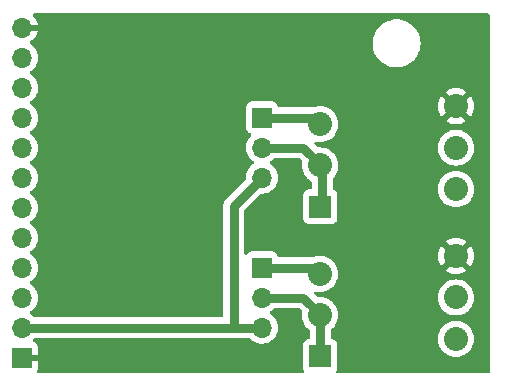
<source format=gbl>
G04 #@! TF.GenerationSoftware,KiCad,Pcbnew,(6.0.0)*
G04 #@! TF.CreationDate,2022-04-16T22:58:20-07:00*
G04 #@! TF.ProjectId,Output Module,4f757470-7574-4204-9d6f-64756c652e6b,rev?*
G04 #@! TF.SameCoordinates,Original*
G04 #@! TF.FileFunction,Copper,L2,Bot*
G04 #@! TF.FilePolarity,Positive*
%FSLAX46Y46*%
G04 Gerber Fmt 4.6, Leading zero omitted, Abs format (unit mm)*
G04 Created by KiCad (PCBNEW (6.0.0)) date 2022-04-16 22:58:20*
%MOMM*%
%LPD*%
G01*
G04 APERTURE LIST*
G04 #@! TA.AperFunction,ComponentPad*
%ADD10R,1.900000X1.900000*%
G04 #@! TD*
G04 #@! TA.AperFunction,ComponentPad*
%ADD11C,2.032000*%
G04 #@! TD*
G04 #@! TA.AperFunction,ComponentPad*
%ADD12C,2.032098*%
G04 #@! TD*
G04 #@! TA.AperFunction,ComponentPad*
%ADD13R,1.700000X1.700000*%
G04 #@! TD*
G04 #@! TA.AperFunction,ComponentPad*
%ADD14O,1.700000X1.700000*%
G04 #@! TD*
G04 #@! TA.AperFunction,Conductor*
%ADD15C,0.762000*%
G04 #@! TD*
G04 APERTURE END LIST*
D10*
X129370000Y-101510000D03*
D11*
X129370000Y-98010000D03*
X129370000Y-94510000D03*
X140870000Y-100010000D03*
X140870000Y-96510000D03*
D12*
X140870000Y-93010000D03*
D10*
X129380000Y-88830000D03*
D11*
X129380000Y-85330000D03*
X129380000Y-81830000D03*
X140880000Y-87330000D03*
X140880000Y-83830000D03*
D12*
X140880000Y-80330000D03*
D13*
X124460000Y-81280000D03*
D14*
X124460000Y-83820000D03*
X124460000Y-86360000D03*
D13*
X124460000Y-93980000D03*
D14*
X124460000Y-96520000D03*
X124460000Y-99060000D03*
D13*
X104140000Y-101600000D03*
D14*
X104140000Y-99060000D03*
X104140000Y-96520000D03*
X104140000Y-93980000D03*
X104140000Y-91440000D03*
X104140000Y-88900000D03*
X104140000Y-86360000D03*
X104140000Y-83820000D03*
X104140000Y-81280000D03*
X104140000Y-78740000D03*
X104140000Y-76200000D03*
X104140000Y-73660000D03*
D15*
X129370000Y-101510000D02*
X129370000Y-98010000D01*
X104140000Y-99060000D02*
X124460000Y-99060000D01*
X128770000Y-93980000D02*
X129380000Y-94590000D01*
X124460000Y-93980000D02*
X128770000Y-93980000D01*
X127960000Y-83820000D02*
X124460000Y-83820000D01*
X129540000Y-88730000D02*
X129540000Y-85400000D01*
X129380000Y-88890000D02*
X129540000Y-88730000D01*
X129540000Y-85400000D02*
X127960000Y-83820000D01*
X128770000Y-81280000D02*
X129380000Y-81890000D01*
X124460000Y-81280000D02*
X128770000Y-81280000D01*
X129430000Y-97990000D02*
X127960000Y-96520000D01*
X127960000Y-96520000D02*
X124460000Y-96520000D01*
X122060000Y-99060000D02*
X124460000Y-99060000D01*
X122060000Y-88760000D02*
X122060000Y-99060000D01*
X124460000Y-86360000D02*
X122060000Y-88760000D01*
G04 #@! TA.AperFunction,Conductor*
G36*
X127607488Y-97429502D02*
G01*
X127628462Y-97446405D01*
X127827765Y-97645708D01*
X127861791Y-97708020D01*
X127861222Y-97761028D01*
X127861543Y-97761079D01*
X127861198Y-97763254D01*
X127861188Y-97764218D01*
X127859613Y-97770778D01*
X127840786Y-98010000D01*
X127859613Y-98249222D01*
X127860767Y-98254029D01*
X127860768Y-98254035D01*
X127868454Y-98286049D01*
X127915631Y-98482553D01*
X128007460Y-98704249D01*
X128132840Y-98908849D01*
X128288682Y-99091318D01*
X128436332Y-99217422D01*
X128475139Y-99276870D01*
X128480500Y-99313231D01*
X128480500Y-99926645D01*
X128460498Y-99994766D01*
X128406842Y-100041259D01*
X128368108Y-100051908D01*
X128349596Y-100053919D01*
X128309684Y-100058255D01*
X128173295Y-100109385D01*
X128056739Y-100196739D01*
X127969385Y-100313295D01*
X127918255Y-100449684D01*
X127911500Y-100511866D01*
X127911500Y-102508134D01*
X127918255Y-102570316D01*
X127969385Y-102706705D01*
X127974770Y-102713890D01*
X127974771Y-102713892D01*
X127987169Y-102730434D01*
X128012018Y-102796940D01*
X127996966Y-102866323D01*
X127946792Y-102916553D01*
X127886344Y-102932000D01*
X105515537Y-102932000D01*
X105447416Y-102911998D01*
X105400923Y-102858342D01*
X105390819Y-102788068D01*
X105414710Y-102730436D01*
X105434787Y-102703648D01*
X105443324Y-102688054D01*
X105488478Y-102567606D01*
X105492105Y-102552351D01*
X105497631Y-102501486D01*
X105498000Y-102494672D01*
X105498000Y-101872115D01*
X105493525Y-101856876D01*
X105492135Y-101855671D01*
X105484452Y-101854000D01*
X104012000Y-101854000D01*
X103943879Y-101833998D01*
X103897386Y-101780342D01*
X103886000Y-101728000D01*
X103886000Y-101472000D01*
X103906002Y-101403879D01*
X103959658Y-101357386D01*
X104012000Y-101346000D01*
X105479884Y-101346000D01*
X105495123Y-101341525D01*
X105496328Y-101340135D01*
X105497999Y-101332452D01*
X105497999Y-100705331D01*
X105497629Y-100698510D01*
X105492105Y-100647648D01*
X105488479Y-100632396D01*
X105443324Y-100511946D01*
X105434786Y-100496351D01*
X105358285Y-100394276D01*
X105345724Y-100381715D01*
X105243649Y-100305214D01*
X105228054Y-100296676D01*
X105117813Y-100255348D01*
X105061049Y-100212706D01*
X105036349Y-100146145D01*
X105051557Y-100076796D01*
X105073104Y-100048115D01*
X105135187Y-99986249D01*
X105197558Y-99952333D01*
X105224126Y-99949500D01*
X123375553Y-99949500D01*
X123443674Y-99969502D01*
X123470790Y-99993002D01*
X123506250Y-100033938D01*
X123678126Y-100176632D01*
X123871000Y-100289338D01*
X124079692Y-100369030D01*
X124084760Y-100370061D01*
X124084763Y-100370062D01*
X124142040Y-100381715D01*
X124298597Y-100413567D01*
X124303772Y-100413757D01*
X124303774Y-100413757D01*
X124516673Y-100421564D01*
X124516677Y-100421564D01*
X124521837Y-100421753D01*
X124526957Y-100421097D01*
X124526959Y-100421097D01*
X124738288Y-100394025D01*
X124738289Y-100394025D01*
X124743416Y-100393368D01*
X124748366Y-100391883D01*
X124952429Y-100330661D01*
X124952434Y-100330659D01*
X124957384Y-100329174D01*
X125157994Y-100230896D01*
X125339860Y-100101173D01*
X125364323Y-100076796D01*
X125494435Y-99947137D01*
X125498096Y-99943489D01*
X125539747Y-99885526D01*
X125625435Y-99766277D01*
X125628453Y-99762077D01*
X125727430Y-99561811D01*
X125792370Y-99348069D01*
X125821529Y-99126590D01*
X125821998Y-99107383D01*
X125823074Y-99063365D01*
X125823074Y-99063361D01*
X125823156Y-99060000D01*
X125804852Y-98837361D01*
X125750431Y-98620702D01*
X125661354Y-98415840D01*
X125621906Y-98354862D01*
X125542822Y-98232617D01*
X125542820Y-98232614D01*
X125540014Y-98228277D01*
X125389670Y-98063051D01*
X125385619Y-98059852D01*
X125385615Y-98059848D01*
X125218414Y-97927800D01*
X125218410Y-97927798D01*
X125214359Y-97924598D01*
X125173053Y-97901796D01*
X125123084Y-97851364D01*
X125108312Y-97781921D01*
X125133428Y-97715516D01*
X125160780Y-97688909D01*
X125204603Y-97657650D01*
X125339860Y-97561173D01*
X125455187Y-97446249D01*
X125517558Y-97412333D01*
X125544126Y-97409500D01*
X127539367Y-97409500D01*
X127607488Y-97429502D01*
G37*
G04 #@! TD.AperFunction*
G04 #@! TA.AperFunction,Conductor*
G36*
X143660121Y-72472002D02*
G01*
X143706614Y-72525658D01*
X143718000Y-72578000D01*
X143718000Y-102806000D01*
X143697998Y-102874121D01*
X143644342Y-102920614D01*
X143592000Y-102932000D01*
X130853656Y-102932000D01*
X130785535Y-102911998D01*
X130739042Y-102858342D01*
X130728938Y-102788068D01*
X130752831Y-102730434D01*
X130765229Y-102713892D01*
X130765230Y-102713890D01*
X130770615Y-102706705D01*
X130821745Y-102570316D01*
X130828500Y-102508134D01*
X130828500Y-100511866D01*
X130821745Y-100449684D01*
X130770615Y-100313295D01*
X130683261Y-100196739D01*
X130566705Y-100109385D01*
X130430316Y-100058255D01*
X130390404Y-100053919D01*
X130371892Y-100051908D01*
X130306330Y-100024666D01*
X130296171Y-100010000D01*
X139340786Y-100010000D01*
X139359613Y-100249222D01*
X139360767Y-100254029D01*
X139360768Y-100254035D01*
X139394377Y-100394025D01*
X139415631Y-100482553D01*
X139417524Y-100487124D01*
X139417525Y-100487126D01*
X139477698Y-100632396D01*
X139507460Y-100704249D01*
X139632840Y-100908849D01*
X139788682Y-101091318D01*
X139971151Y-101247160D01*
X140175751Y-101372540D01*
X140180321Y-101374433D01*
X140180323Y-101374434D01*
X140251410Y-101403879D01*
X140397447Y-101464369D01*
X140479037Y-101483957D01*
X140625965Y-101519232D01*
X140625971Y-101519233D01*
X140630778Y-101520387D01*
X140870000Y-101539214D01*
X141109222Y-101520387D01*
X141114029Y-101519233D01*
X141114035Y-101519232D01*
X141260963Y-101483957D01*
X141342553Y-101464369D01*
X141488590Y-101403879D01*
X141559677Y-101374434D01*
X141559679Y-101374433D01*
X141564249Y-101372540D01*
X141768849Y-101247160D01*
X141951318Y-101091318D01*
X142107160Y-100908849D01*
X142232540Y-100704249D01*
X142262303Y-100632396D01*
X142322475Y-100487126D01*
X142322476Y-100487124D01*
X142324369Y-100482553D01*
X142345623Y-100394025D01*
X142379232Y-100254035D01*
X142379233Y-100254029D01*
X142380387Y-100249222D01*
X142399214Y-100010000D01*
X142380387Y-99770778D01*
X142379233Y-99765971D01*
X142379232Y-99765965D01*
X142325524Y-99542259D01*
X142324369Y-99537447D01*
X142267476Y-99400095D01*
X142234434Y-99320323D01*
X142234433Y-99320321D01*
X142232540Y-99315751D01*
X142107160Y-99111151D01*
X141951318Y-98928682D01*
X141844394Y-98837361D01*
X141772617Y-98776058D01*
X141772616Y-98776057D01*
X141768849Y-98772840D01*
X141564249Y-98647460D01*
X141559679Y-98645567D01*
X141559677Y-98645566D01*
X141347126Y-98557525D01*
X141347124Y-98557524D01*
X141342553Y-98555631D01*
X141260963Y-98536043D01*
X141114035Y-98500768D01*
X141114029Y-98500767D01*
X141109222Y-98499613D01*
X140870000Y-98480786D01*
X140630778Y-98499613D01*
X140625971Y-98500767D01*
X140625965Y-98500768D01*
X140479037Y-98536043D01*
X140397447Y-98555631D01*
X140392876Y-98557524D01*
X140392874Y-98557525D01*
X140180323Y-98645566D01*
X140180321Y-98645567D01*
X140175751Y-98647460D01*
X139971151Y-98772840D01*
X139967384Y-98776057D01*
X139967383Y-98776058D01*
X139895606Y-98837361D01*
X139788682Y-98928682D01*
X139632840Y-99111151D01*
X139507460Y-99315751D01*
X139505567Y-99320321D01*
X139505566Y-99320323D01*
X139472524Y-99400095D01*
X139415631Y-99537447D01*
X139414476Y-99542259D01*
X139360768Y-99765965D01*
X139360767Y-99765971D01*
X139359613Y-99770778D01*
X139340786Y-100010000D01*
X130296171Y-100010000D01*
X130265904Y-99966303D01*
X130259500Y-99926645D01*
X130259500Y-99313231D01*
X130279502Y-99245110D01*
X130303666Y-99217424D01*
X130451318Y-99091318D01*
X130607160Y-98908849D01*
X130732540Y-98704249D01*
X130824369Y-98482553D01*
X130871546Y-98286049D01*
X130879232Y-98254035D01*
X130879233Y-98254029D01*
X130880387Y-98249222D01*
X130899214Y-98010000D01*
X130880387Y-97770778D01*
X130879233Y-97765971D01*
X130879232Y-97765965D01*
X130825524Y-97542259D01*
X130824369Y-97537447D01*
X130804729Y-97490031D01*
X130734434Y-97320323D01*
X130734433Y-97320321D01*
X130732540Y-97315751D01*
X130607160Y-97111151D01*
X130501234Y-96987126D01*
X130454531Y-96932444D01*
X130451318Y-96928682D01*
X130268849Y-96772840D01*
X130064249Y-96647460D01*
X130059679Y-96645567D01*
X130059677Y-96645566D01*
X129847126Y-96557525D01*
X129847124Y-96557524D01*
X129842553Y-96555631D01*
X129760963Y-96536043D01*
X129652488Y-96510000D01*
X139340786Y-96510000D01*
X139359613Y-96749222D01*
X139360767Y-96754029D01*
X139360768Y-96754035D01*
X139372509Y-96802939D01*
X139415631Y-96982553D01*
X139507460Y-97204249D01*
X139632840Y-97408849D01*
X139636057Y-97412616D01*
X139636058Y-97412617D01*
X139742672Y-97537447D01*
X139788682Y-97591318D01*
X139792444Y-97594531D01*
X139925324Y-97708020D01*
X139971151Y-97747160D01*
X140175751Y-97872540D01*
X140180321Y-97874433D01*
X140180323Y-97874434D01*
X140309161Y-97927800D01*
X140397447Y-97964369D01*
X140479037Y-97983957D01*
X140625965Y-98019232D01*
X140625971Y-98019233D01*
X140630778Y-98020387D01*
X140870000Y-98039214D01*
X141109222Y-98020387D01*
X141114029Y-98019233D01*
X141114035Y-98019232D01*
X141260963Y-97983957D01*
X141342553Y-97964369D01*
X141430839Y-97927800D01*
X141559677Y-97874434D01*
X141559679Y-97874433D01*
X141564249Y-97872540D01*
X141768849Y-97747160D01*
X141814677Y-97708020D01*
X141947556Y-97594531D01*
X141951318Y-97591318D01*
X141997328Y-97537447D01*
X142103942Y-97412617D01*
X142103943Y-97412616D01*
X142107160Y-97408849D01*
X142232540Y-97204249D01*
X142324369Y-96982553D01*
X142367491Y-96802939D01*
X142379232Y-96754035D01*
X142379233Y-96754029D01*
X142380387Y-96749222D01*
X142399214Y-96510000D01*
X142380387Y-96270778D01*
X142379233Y-96265971D01*
X142379232Y-96265965D01*
X142335322Y-96083068D01*
X142324369Y-96037447D01*
X142316824Y-96019232D01*
X142234434Y-95820323D01*
X142234433Y-95820321D01*
X142232540Y-95815751D01*
X142107160Y-95611151D01*
X142029181Y-95519848D01*
X141954531Y-95432444D01*
X141951318Y-95428682D01*
X141844410Y-95337375D01*
X141772617Y-95276058D01*
X141772616Y-95276057D01*
X141768849Y-95272840D01*
X141564249Y-95147460D01*
X141559679Y-95145567D01*
X141559677Y-95145566D01*
X141347126Y-95057525D01*
X141347124Y-95057524D01*
X141342553Y-95055631D01*
X141260963Y-95036043D01*
X141114035Y-95000768D01*
X141114029Y-95000767D01*
X141109222Y-94999613D01*
X140870000Y-94980786D01*
X140630778Y-94999613D01*
X140625971Y-95000767D01*
X140625965Y-95000768D01*
X140479037Y-95036043D01*
X140397447Y-95055631D01*
X140392876Y-95057524D01*
X140392874Y-95057525D01*
X140180323Y-95145566D01*
X140180321Y-95145567D01*
X140175751Y-95147460D01*
X139971151Y-95272840D01*
X139967384Y-95276057D01*
X139967383Y-95276058D01*
X139895590Y-95337375D01*
X139788682Y-95428682D01*
X139785469Y-95432444D01*
X139710820Y-95519848D01*
X139632840Y-95611151D01*
X139507460Y-95815751D01*
X139505567Y-95820321D01*
X139505566Y-95820323D01*
X139423176Y-96019232D01*
X139415631Y-96037447D01*
X139404678Y-96083068D01*
X139360768Y-96265965D01*
X139360767Y-96265971D01*
X139359613Y-96270778D01*
X139340786Y-96510000D01*
X129652488Y-96510000D01*
X129614035Y-96500768D01*
X129614029Y-96500767D01*
X129609222Y-96499613D01*
X129370000Y-96480786D01*
X129250590Y-96490184D01*
X129181111Y-96475588D01*
X129151610Y-96453667D01*
X128903935Y-96205992D01*
X128869909Y-96143680D01*
X128874974Y-96072865D01*
X128917521Y-96016029D01*
X128984041Y-95991218D01*
X129022443Y-95994378D01*
X129054221Y-96002007D01*
X129125965Y-96019232D01*
X129125971Y-96019233D01*
X129130778Y-96020387D01*
X129370000Y-96039214D01*
X129609222Y-96020387D01*
X129614029Y-96019233D01*
X129614035Y-96019232D01*
X129791395Y-95976651D01*
X129842553Y-95964369D01*
X129847126Y-95962475D01*
X130059677Y-95874434D01*
X130059679Y-95874433D01*
X130064249Y-95872540D01*
X130268849Y-95747160D01*
X130451318Y-95591318D01*
X130512359Y-95519848D01*
X130603942Y-95412617D01*
X130603943Y-95412616D01*
X130607160Y-95408849D01*
X130732540Y-95204249D01*
X130734863Y-95198642D01*
X130822475Y-94987126D01*
X130822476Y-94987122D01*
X130824369Y-94982553D01*
X130852954Y-94863489D01*
X130879232Y-94754035D01*
X130879233Y-94754029D01*
X130880387Y-94749222D01*
X130899214Y-94510000D01*
X130880387Y-94270778D01*
X130879233Y-94265971D01*
X130879232Y-94265965D01*
X130876441Y-94254341D01*
X139990489Y-94254341D01*
X139996216Y-94261991D01*
X140171737Y-94369551D01*
X140180531Y-94374032D01*
X140393014Y-94462045D01*
X140402399Y-94465094D01*
X140626036Y-94518785D01*
X140635783Y-94520328D01*
X140865070Y-94538374D01*
X140874930Y-94538374D01*
X141104217Y-94520328D01*
X141113964Y-94518785D01*
X141337601Y-94465094D01*
X141346986Y-94462045D01*
X141559469Y-94374032D01*
X141568263Y-94369551D01*
X141740118Y-94264238D01*
X141749578Y-94253781D01*
X141745795Y-94245005D01*
X140882812Y-93382022D01*
X140868868Y-93374408D01*
X140867035Y-93374539D01*
X140860420Y-93378790D01*
X139997249Y-94241961D01*
X139990489Y-94254341D01*
X130876441Y-94254341D01*
X130843957Y-94119037D01*
X130824369Y-94037447D01*
X130732540Y-93815751D01*
X130607160Y-93611151D01*
X130451318Y-93428682D01*
X130268849Y-93272840D01*
X130064249Y-93147460D01*
X130059679Y-93145567D01*
X130059677Y-93145566D01*
X129847126Y-93057525D01*
X129847124Y-93057524D01*
X129842553Y-93055631D01*
X129760963Y-93036043D01*
X129673023Y-93014930D01*
X139341626Y-93014930D01*
X139359672Y-93244217D01*
X139361215Y-93253964D01*
X139414906Y-93477601D01*
X139417955Y-93486986D01*
X139505968Y-93699469D01*
X139510449Y-93708263D01*
X139615762Y-93880118D01*
X139626219Y-93889578D01*
X139634995Y-93885795D01*
X140497978Y-93022812D01*
X140504356Y-93011132D01*
X141234408Y-93011132D01*
X141234539Y-93012965D01*
X141238790Y-93019580D01*
X142101961Y-93882751D01*
X142114341Y-93889511D01*
X142121991Y-93883784D01*
X142229551Y-93708263D01*
X142234032Y-93699469D01*
X142322045Y-93486986D01*
X142325094Y-93477601D01*
X142378785Y-93253964D01*
X142380328Y-93244217D01*
X142398374Y-93014930D01*
X142398374Y-93005070D01*
X142380328Y-92775783D01*
X142378785Y-92766036D01*
X142325094Y-92542399D01*
X142322045Y-92533014D01*
X142234032Y-92320531D01*
X142229551Y-92311737D01*
X142124238Y-92139882D01*
X142113781Y-92130422D01*
X142105005Y-92134205D01*
X141242022Y-92997188D01*
X141234408Y-93011132D01*
X140504356Y-93011132D01*
X140505592Y-93008868D01*
X140505461Y-93007035D01*
X140501210Y-93000420D01*
X139638039Y-92137249D01*
X139625659Y-92130489D01*
X139618009Y-92136216D01*
X139510449Y-92311737D01*
X139505968Y-92320531D01*
X139417955Y-92533014D01*
X139414906Y-92542399D01*
X139361215Y-92766036D01*
X139359672Y-92775783D01*
X139341626Y-93005070D01*
X139341626Y-93014930D01*
X129673023Y-93014930D01*
X129614035Y-93000768D01*
X129614029Y-93000767D01*
X129609222Y-92999613D01*
X129370000Y-92980786D01*
X129130778Y-92999613D01*
X129125971Y-93000767D01*
X129125965Y-93000768D01*
X128979037Y-93036043D01*
X128897447Y-93055631D01*
X128837361Y-93080519D01*
X128782551Y-93089937D01*
X128759783Y-93088744D01*
X128729782Y-93087171D01*
X128729778Y-93087171D01*
X128723190Y-93086826D01*
X128716675Y-93087858D01*
X128716673Y-93087858D01*
X128709786Y-93088949D01*
X128690075Y-93090500D01*
X125925621Y-93090500D01*
X125857500Y-93070498D01*
X125811007Y-93016842D01*
X125807639Y-93008730D01*
X125763767Y-92891703D01*
X125760615Y-92883295D01*
X125673261Y-92766739D01*
X125556705Y-92679385D01*
X125420316Y-92628255D01*
X125358134Y-92621500D01*
X123561866Y-92621500D01*
X123499684Y-92628255D01*
X123363295Y-92679385D01*
X123246739Y-92766739D01*
X123241358Y-92773919D01*
X123176326Y-92860691D01*
X123119467Y-92903206D01*
X123048648Y-92908232D01*
X122986355Y-92874172D01*
X122952365Y-92811841D01*
X122949500Y-92785126D01*
X122949500Y-91766219D01*
X139990422Y-91766219D01*
X139994205Y-91774995D01*
X140857188Y-92637978D01*
X140871132Y-92645592D01*
X140872965Y-92645461D01*
X140879580Y-92641210D01*
X141742751Y-91778039D01*
X141749511Y-91765659D01*
X141743784Y-91758009D01*
X141568263Y-91650449D01*
X141559469Y-91645968D01*
X141346986Y-91557955D01*
X141337601Y-91554906D01*
X141113964Y-91501215D01*
X141104217Y-91499672D01*
X140874930Y-91481626D01*
X140865070Y-91481626D01*
X140635783Y-91499672D01*
X140626036Y-91501215D01*
X140402399Y-91554906D01*
X140393014Y-91557955D01*
X140180531Y-91645968D01*
X140171737Y-91650449D01*
X139999882Y-91755762D01*
X139990422Y-91766219D01*
X122949500Y-91766219D01*
X122949500Y-89180633D01*
X122969502Y-89112512D01*
X122986405Y-89091538D01*
X124323217Y-87754726D01*
X124385529Y-87720700D01*
X124416927Y-87717906D01*
X124463228Y-87719604D01*
X124516673Y-87721564D01*
X124516677Y-87721564D01*
X124521837Y-87721753D01*
X124526957Y-87721097D01*
X124526959Y-87721097D01*
X124738288Y-87694025D01*
X124738289Y-87694025D01*
X124743416Y-87693368D01*
X124750096Y-87691364D01*
X124952429Y-87630661D01*
X124952434Y-87630659D01*
X124957384Y-87629174D01*
X125157994Y-87530896D01*
X125339860Y-87401173D01*
X125364038Y-87377080D01*
X125494435Y-87247137D01*
X125498096Y-87243489D01*
X125539747Y-87185526D01*
X125625435Y-87066277D01*
X125628453Y-87062077D01*
X125727430Y-86861811D01*
X125792370Y-86648069D01*
X125821529Y-86426590D01*
X125821824Y-86414531D01*
X125823074Y-86363365D01*
X125823074Y-86363361D01*
X125823156Y-86360000D01*
X125804852Y-86137361D01*
X125750431Y-85920702D01*
X125661354Y-85715840D01*
X125621906Y-85654862D01*
X125542822Y-85532617D01*
X125542820Y-85532614D01*
X125540014Y-85528277D01*
X125389670Y-85363051D01*
X125385619Y-85359852D01*
X125385615Y-85359848D01*
X125218414Y-85227800D01*
X125218410Y-85227798D01*
X125214359Y-85224598D01*
X125173053Y-85201796D01*
X125123084Y-85151364D01*
X125108312Y-85081921D01*
X125133428Y-85015516D01*
X125160780Y-84988909D01*
X125204613Y-84957643D01*
X125339860Y-84861173D01*
X125455187Y-84746249D01*
X125517558Y-84712333D01*
X125544126Y-84709500D01*
X127539367Y-84709500D01*
X127607488Y-84729502D01*
X127628462Y-84746405D01*
X127839700Y-84957643D01*
X127873726Y-85019955D01*
X127873124Y-85076151D01*
X127871739Y-85081921D01*
X127869613Y-85090778D01*
X127850786Y-85330000D01*
X127869613Y-85569222D01*
X127870767Y-85574029D01*
X127870768Y-85574035D01*
X127896785Y-85682401D01*
X127925631Y-85802553D01*
X127927524Y-85807124D01*
X127927525Y-85807126D01*
X127974570Y-85920702D01*
X128017460Y-86024249D01*
X128142840Y-86228849D01*
X128298682Y-86411318D01*
X128302444Y-86414531D01*
X128352494Y-86457277D01*
X128481151Y-86567160D01*
X128590336Y-86634069D01*
X128637967Y-86686717D01*
X128650500Y-86741501D01*
X128650500Y-87245500D01*
X128630498Y-87313621D01*
X128576842Y-87360114D01*
X128524500Y-87371500D01*
X128381866Y-87371500D01*
X128319684Y-87378255D01*
X128183295Y-87429385D01*
X128066739Y-87516739D01*
X127979385Y-87633295D01*
X127928255Y-87769684D01*
X127921500Y-87831866D01*
X127921500Y-89828134D01*
X127928255Y-89890316D01*
X127979385Y-90026705D01*
X128066739Y-90143261D01*
X128183295Y-90230615D01*
X128319684Y-90281745D01*
X128381866Y-90288500D01*
X130378134Y-90288500D01*
X130440316Y-90281745D01*
X130576705Y-90230615D01*
X130693261Y-90143261D01*
X130780615Y-90026705D01*
X130831745Y-89890316D01*
X130838500Y-89828134D01*
X130838500Y-87831866D01*
X130831745Y-87769684D01*
X130780615Y-87633295D01*
X130693261Y-87516739D01*
X130576705Y-87429385D01*
X130565922Y-87425343D01*
X130511270Y-87404854D01*
X130454505Y-87362212D01*
X130442552Y-87330000D01*
X139350786Y-87330000D01*
X139369613Y-87569222D01*
X139370767Y-87574029D01*
X139370768Y-87574035D01*
X139387014Y-87641703D01*
X139425631Y-87802553D01*
X139427524Y-87807124D01*
X139427525Y-87807126D01*
X139465932Y-87899848D01*
X139517460Y-88024249D01*
X139642840Y-88228849D01*
X139646057Y-88232616D01*
X139646058Y-88232617D01*
X139736299Y-88338276D01*
X139798682Y-88411318D01*
X139981151Y-88567160D01*
X140185751Y-88692540D01*
X140190321Y-88694433D01*
X140190323Y-88694434D01*
X140402874Y-88782475D01*
X140407447Y-88784369D01*
X140473463Y-88800218D01*
X140635965Y-88839232D01*
X140635971Y-88839233D01*
X140640778Y-88840387D01*
X140880000Y-88859214D01*
X141119222Y-88840387D01*
X141124029Y-88839233D01*
X141124035Y-88839232D01*
X141286537Y-88800218D01*
X141352553Y-88784369D01*
X141357126Y-88782475D01*
X141569677Y-88694434D01*
X141569679Y-88694433D01*
X141574249Y-88692540D01*
X141778849Y-88567160D01*
X141961318Y-88411318D01*
X142023701Y-88338276D01*
X142113942Y-88232617D01*
X142113943Y-88232616D01*
X142117160Y-88228849D01*
X142242540Y-88024249D01*
X142294069Y-87899848D01*
X142332475Y-87807126D01*
X142332476Y-87807124D01*
X142334369Y-87802553D01*
X142372986Y-87641703D01*
X142389232Y-87574035D01*
X142389233Y-87574029D01*
X142390387Y-87569222D01*
X142409214Y-87330000D01*
X142390387Y-87090778D01*
X142389233Y-87085971D01*
X142389232Y-87085965D01*
X142335524Y-86862259D01*
X142334369Y-86857447D01*
X142247642Y-86648069D01*
X142244434Y-86640323D01*
X142244433Y-86640321D01*
X142242540Y-86635751D01*
X142117160Y-86431151D01*
X142110404Y-86423240D01*
X141964531Y-86252444D01*
X141961318Y-86248682D01*
X141778849Y-86092840D01*
X141574249Y-85967460D01*
X141569679Y-85965567D01*
X141569677Y-85965566D01*
X141357126Y-85877525D01*
X141357124Y-85877524D01*
X141352553Y-85875631D01*
X141270963Y-85856043D01*
X141124035Y-85820768D01*
X141124029Y-85820767D01*
X141119222Y-85819613D01*
X140880000Y-85800786D01*
X140640778Y-85819613D01*
X140635971Y-85820767D01*
X140635965Y-85820768D01*
X140489037Y-85856043D01*
X140407447Y-85875631D01*
X140402876Y-85877524D01*
X140402874Y-85877525D01*
X140190323Y-85965566D01*
X140190321Y-85965567D01*
X140185751Y-85967460D01*
X139981151Y-86092840D01*
X139798682Y-86248682D01*
X139795469Y-86252444D01*
X139649597Y-86423240D01*
X139642840Y-86431151D01*
X139517460Y-86635751D01*
X139515567Y-86640321D01*
X139515566Y-86640323D01*
X139512358Y-86648069D01*
X139425631Y-86857447D01*
X139424476Y-86862259D01*
X139370768Y-87085965D01*
X139370767Y-87085971D01*
X139369613Y-87090778D01*
X139350786Y-87330000D01*
X130442552Y-87330000D01*
X130429806Y-87295650D01*
X130429500Y-87286872D01*
X130429500Y-86494777D01*
X130449502Y-86426656D01*
X130461641Y-86411594D01*
X130461318Y-86411318D01*
X130613942Y-86232617D01*
X130613943Y-86232616D01*
X130617160Y-86228849D01*
X130742540Y-86024249D01*
X130785431Y-85920702D01*
X130832475Y-85807126D01*
X130832476Y-85807124D01*
X130834369Y-85802553D01*
X130863215Y-85682401D01*
X130889232Y-85574035D01*
X130889233Y-85574029D01*
X130890387Y-85569222D01*
X130909214Y-85330000D01*
X130890387Y-85090778D01*
X130889233Y-85085971D01*
X130889232Y-85085965D01*
X130835524Y-84862259D01*
X130834369Y-84857447D01*
X130779352Y-84724624D01*
X130744434Y-84640323D01*
X130744433Y-84640321D01*
X130742540Y-84635751D01*
X130617160Y-84431151D01*
X130519545Y-84316857D01*
X130464531Y-84252444D01*
X130461318Y-84248682D01*
X130357595Y-84160095D01*
X130282617Y-84096058D01*
X130282616Y-84096057D01*
X130278849Y-84092840D01*
X130074249Y-83967460D01*
X130069679Y-83965567D01*
X130069677Y-83965566D01*
X129857126Y-83877525D01*
X129857124Y-83877524D01*
X129852553Y-83875631D01*
X129770963Y-83856043D01*
X129662488Y-83830000D01*
X139350786Y-83830000D01*
X139369613Y-84069222D01*
X139370767Y-84074029D01*
X139370768Y-84074035D01*
X139391430Y-84160095D01*
X139425631Y-84302553D01*
X139427524Y-84307124D01*
X139427525Y-84307126D01*
X139435531Y-84326453D01*
X139517460Y-84524249D01*
X139642840Y-84728849D01*
X139646057Y-84732616D01*
X139646058Y-84732617D01*
X139752672Y-84857447D01*
X139798682Y-84911318D01*
X139802444Y-84914531D01*
X139925881Y-85019955D01*
X139981151Y-85067160D01*
X140185751Y-85192540D01*
X140190321Y-85194433D01*
X140190323Y-85194434D01*
X140402874Y-85282475D01*
X140407447Y-85284369D01*
X140489037Y-85303957D01*
X140635965Y-85339232D01*
X140635971Y-85339233D01*
X140640778Y-85340387D01*
X140880000Y-85359214D01*
X141119222Y-85340387D01*
X141124029Y-85339233D01*
X141124035Y-85339232D01*
X141270963Y-85303957D01*
X141352553Y-85284369D01*
X141357126Y-85282475D01*
X141569677Y-85194434D01*
X141569679Y-85194433D01*
X141574249Y-85192540D01*
X141778849Y-85067160D01*
X141834120Y-85019955D01*
X141957556Y-84914531D01*
X141961318Y-84911318D01*
X142007328Y-84857447D01*
X142113942Y-84732617D01*
X142113943Y-84732616D01*
X142117160Y-84728849D01*
X142242540Y-84524249D01*
X142324470Y-84326453D01*
X142332475Y-84307126D01*
X142332476Y-84307124D01*
X142334369Y-84302553D01*
X142368570Y-84160095D01*
X142389232Y-84074035D01*
X142389233Y-84074029D01*
X142390387Y-84069222D01*
X142409214Y-83830000D01*
X142390387Y-83590778D01*
X142389233Y-83585971D01*
X142389232Y-83585965D01*
X142335524Y-83362259D01*
X142334369Y-83357447D01*
X142332475Y-83352874D01*
X142244434Y-83140323D01*
X142244433Y-83140321D01*
X142242540Y-83135751D01*
X142117160Y-82931151D01*
X141961318Y-82748682D01*
X141865103Y-82666507D01*
X141782617Y-82596058D01*
X141782616Y-82596057D01*
X141778849Y-82592840D01*
X141574249Y-82467460D01*
X141569679Y-82465567D01*
X141569677Y-82465566D01*
X141357126Y-82377525D01*
X141357124Y-82377524D01*
X141352553Y-82375631D01*
X141270963Y-82356043D01*
X141124035Y-82320768D01*
X141124029Y-82320767D01*
X141119222Y-82319613D01*
X140880000Y-82300786D01*
X140640778Y-82319613D01*
X140635971Y-82320767D01*
X140635965Y-82320768D01*
X140489037Y-82356043D01*
X140407447Y-82375631D01*
X140402876Y-82377524D01*
X140402874Y-82377525D01*
X140190323Y-82465566D01*
X140190321Y-82465567D01*
X140185751Y-82467460D01*
X139981151Y-82592840D01*
X139977384Y-82596057D01*
X139977383Y-82596058D01*
X139894897Y-82666507D01*
X139798682Y-82748682D01*
X139642840Y-82931151D01*
X139517460Y-83135751D01*
X139515567Y-83140321D01*
X139515566Y-83140323D01*
X139427525Y-83352874D01*
X139425631Y-83357447D01*
X139424476Y-83362259D01*
X139370768Y-83585965D01*
X139370767Y-83585971D01*
X139369613Y-83590778D01*
X139350786Y-83830000D01*
X129662488Y-83830000D01*
X129624035Y-83820768D01*
X129624029Y-83820767D01*
X129619222Y-83819613D01*
X129380000Y-83800786D01*
X129269860Y-83809454D01*
X129200381Y-83794858D01*
X129170880Y-83772937D01*
X128927095Y-83529152D01*
X128893069Y-83466840D01*
X128898134Y-83396025D01*
X128940681Y-83339189D01*
X129007201Y-83314378D01*
X129045604Y-83317538D01*
X129135965Y-83339232D01*
X129135971Y-83339233D01*
X129140778Y-83340387D01*
X129380000Y-83359214D01*
X129619222Y-83340387D01*
X129624029Y-83339233D01*
X129624035Y-83339232D01*
X129770963Y-83303957D01*
X129852553Y-83284369D01*
X130004261Y-83221530D01*
X130069677Y-83194434D01*
X130069679Y-83194433D01*
X130074249Y-83192540D01*
X130278849Y-83067160D01*
X130461318Y-82911318D01*
X130553755Y-82803087D01*
X130613942Y-82732617D01*
X130613943Y-82732616D01*
X130617160Y-82728849D01*
X130742540Y-82524249D01*
X130748717Y-82509338D01*
X130832475Y-82307126D01*
X130832476Y-82307124D01*
X130834369Y-82302553D01*
X130863424Y-82181531D01*
X130889232Y-82074035D01*
X130889233Y-82074029D01*
X130890387Y-82069222D01*
X130909214Y-81830000D01*
X130890387Y-81590778D01*
X130889233Y-81585971D01*
X130889232Y-81585965D01*
X130886441Y-81574341D01*
X140000489Y-81574341D01*
X140006216Y-81581991D01*
X140181737Y-81689551D01*
X140190531Y-81694032D01*
X140403014Y-81782045D01*
X140412399Y-81785094D01*
X140636036Y-81838785D01*
X140645783Y-81840328D01*
X140875070Y-81858374D01*
X140884930Y-81858374D01*
X141114217Y-81840328D01*
X141123964Y-81838785D01*
X141347601Y-81785094D01*
X141356986Y-81782045D01*
X141569469Y-81694032D01*
X141578263Y-81689551D01*
X141750118Y-81584238D01*
X141759578Y-81573781D01*
X141755795Y-81565005D01*
X140892812Y-80702022D01*
X140878868Y-80694408D01*
X140877035Y-80694539D01*
X140870420Y-80698790D01*
X140007249Y-81561961D01*
X140000489Y-81574341D01*
X130886441Y-81574341D01*
X130835524Y-81362259D01*
X130834369Y-81357447D01*
X130828484Y-81343240D01*
X130744434Y-81140323D01*
X130744433Y-81140321D01*
X130742540Y-81135751D01*
X130617160Y-80931151D01*
X130461318Y-80748682D01*
X130278849Y-80592840D01*
X130074249Y-80467460D01*
X130069679Y-80465567D01*
X130069677Y-80465566D01*
X129857126Y-80377525D01*
X129857124Y-80377524D01*
X129852553Y-80375631D01*
X129770963Y-80356043D01*
X129683023Y-80334930D01*
X139351626Y-80334930D01*
X139369672Y-80564217D01*
X139371215Y-80573964D01*
X139424906Y-80797601D01*
X139427955Y-80806986D01*
X139515968Y-81019469D01*
X139520449Y-81028263D01*
X139625762Y-81200118D01*
X139636219Y-81209578D01*
X139644995Y-81205795D01*
X140507978Y-80342812D01*
X140514356Y-80331132D01*
X141244408Y-80331132D01*
X141244539Y-80332965D01*
X141248790Y-80339580D01*
X142111961Y-81202751D01*
X142124341Y-81209511D01*
X142131991Y-81203784D01*
X142239551Y-81028263D01*
X142244032Y-81019469D01*
X142332045Y-80806986D01*
X142335094Y-80797601D01*
X142388785Y-80573964D01*
X142390328Y-80564217D01*
X142408374Y-80334930D01*
X142408374Y-80325070D01*
X142390328Y-80095783D01*
X142388785Y-80086036D01*
X142335094Y-79862399D01*
X142332045Y-79853014D01*
X142244032Y-79640531D01*
X142239551Y-79631737D01*
X142134238Y-79459882D01*
X142123781Y-79450422D01*
X142115005Y-79454205D01*
X141252022Y-80317188D01*
X141244408Y-80331132D01*
X140514356Y-80331132D01*
X140515592Y-80328868D01*
X140515461Y-80327035D01*
X140511210Y-80320420D01*
X139648039Y-79457249D01*
X139635659Y-79450489D01*
X139628009Y-79456216D01*
X139520449Y-79631737D01*
X139515968Y-79640531D01*
X139427955Y-79853014D01*
X139424906Y-79862399D01*
X139371215Y-80086036D01*
X139369672Y-80095783D01*
X139351626Y-80325070D01*
X139351626Y-80334930D01*
X129683023Y-80334930D01*
X129624035Y-80320768D01*
X129624029Y-80320767D01*
X129619222Y-80319613D01*
X129380000Y-80300786D01*
X129140778Y-80319613D01*
X129135971Y-80320767D01*
X129135965Y-80320768D01*
X128989037Y-80356043D01*
X128907447Y-80375631D01*
X128902876Y-80377524D01*
X128902874Y-80377525D01*
X128889997Y-80382859D01*
X128828609Y-80391760D01*
X128816620Y-80390500D01*
X128796593Y-80390500D01*
X128789999Y-80390327D01*
X128729782Y-80387171D01*
X128729778Y-80387171D01*
X128723190Y-80386826D01*
X128716675Y-80387858D01*
X128716673Y-80387858D01*
X128709786Y-80388949D01*
X128690075Y-80390500D01*
X125925621Y-80390500D01*
X125857500Y-80370498D01*
X125811007Y-80316842D01*
X125807639Y-80308730D01*
X125763767Y-80191703D01*
X125760615Y-80183295D01*
X125673261Y-80066739D01*
X125556705Y-79979385D01*
X125420316Y-79928255D01*
X125358134Y-79921500D01*
X123561866Y-79921500D01*
X123499684Y-79928255D01*
X123363295Y-79979385D01*
X123246739Y-80066739D01*
X123159385Y-80183295D01*
X123108255Y-80319684D01*
X123101500Y-80381866D01*
X123101500Y-82178134D01*
X123108255Y-82240316D01*
X123159385Y-82376705D01*
X123246739Y-82493261D01*
X123363295Y-82580615D01*
X123371704Y-82583767D01*
X123371705Y-82583768D01*
X123480451Y-82624535D01*
X123537216Y-82667176D01*
X123561916Y-82733738D01*
X123546709Y-82803087D01*
X123527316Y-82829568D01*
X123428116Y-82933375D01*
X123400629Y-82962138D01*
X123397720Y-82966403D01*
X123397714Y-82966411D01*
X123382798Y-82988277D01*
X123274743Y-83146680D01*
X123239999Y-83221530D01*
X123184828Y-83340387D01*
X123180688Y-83349305D01*
X123120989Y-83564570D01*
X123097251Y-83786695D01*
X123097548Y-83791848D01*
X123097548Y-83791851D01*
X123103011Y-83886590D01*
X123110110Y-84009715D01*
X123111247Y-84014761D01*
X123111248Y-84014767D01*
X123131119Y-84102939D01*
X123159222Y-84227639D01*
X123243266Y-84434616D01*
X123245965Y-84439020D01*
X123355903Y-84618423D01*
X123359987Y-84625088D01*
X123363367Y-84628990D01*
X123369224Y-84635751D01*
X123506250Y-84793938D01*
X123678126Y-84936632D01*
X123714082Y-84957643D01*
X123751445Y-84979476D01*
X123800169Y-85031114D01*
X123813240Y-85100897D01*
X123786509Y-85166669D01*
X123746055Y-85200027D01*
X123733607Y-85206507D01*
X123729474Y-85209610D01*
X123729471Y-85209612D01*
X123562563Y-85334930D01*
X123554965Y-85340635D01*
X123400629Y-85502138D01*
X123274743Y-85686680D01*
X123180688Y-85889305D01*
X123120989Y-86104570D01*
X123097251Y-86326695D01*
X123097548Y-86331848D01*
X123097548Y-86331851D01*
X123101528Y-86400877D01*
X123085480Y-86470037D01*
X123064832Y-86497225D01*
X121487546Y-88074511D01*
X121472518Y-88087348D01*
X121461530Y-88095331D01*
X121457117Y-88100233D01*
X121457115Y-88100234D01*
X121416751Y-88145063D01*
X121412210Y-88149847D01*
X121398063Y-88163994D01*
X121395986Y-88166559D01*
X121385463Y-88179554D01*
X121381175Y-88184575D01*
X121340830Y-88229381D01*
X121340827Y-88229385D01*
X121336415Y-88234285D01*
X121333119Y-88239995D01*
X121333116Y-88239998D01*
X121329625Y-88246045D01*
X121318432Y-88262330D01*
X121309893Y-88272875D01*
X121279523Y-88332480D01*
X121276376Y-88338276D01*
X121242925Y-88396215D01*
X121240884Y-88402497D01*
X121238731Y-88409123D01*
X121231167Y-88427384D01*
X121225006Y-88439476D01*
X121217974Y-88465720D01*
X121207691Y-88504094D01*
X121205818Y-88510418D01*
X121185145Y-88574044D01*
X121184455Y-88580611D01*
X121184454Y-88580615D01*
X121183728Y-88587529D01*
X121180125Y-88606972D01*
X121176611Y-88620085D01*
X121176265Y-88626682D01*
X121176265Y-88626684D01*
X121173110Y-88686887D01*
X121172593Y-88693461D01*
X121170500Y-88713380D01*
X121170500Y-88733407D01*
X121170327Y-88740001D01*
X121166826Y-88806810D01*
X121167858Y-88813325D01*
X121167858Y-88813327D01*
X121168949Y-88820214D01*
X121170500Y-88839925D01*
X121170500Y-98044500D01*
X121150498Y-98112621D01*
X121096842Y-98159114D01*
X121044500Y-98170500D01*
X105223146Y-98170500D01*
X105155025Y-98150498D01*
X105129953Y-98129300D01*
X105073152Y-98066876D01*
X105073142Y-98066867D01*
X105069670Y-98063051D01*
X105065619Y-98059852D01*
X105065615Y-98059848D01*
X104898414Y-97927800D01*
X104898410Y-97927798D01*
X104894359Y-97924598D01*
X104853053Y-97901796D01*
X104803084Y-97851364D01*
X104788312Y-97781921D01*
X104813428Y-97715516D01*
X104840780Y-97688909D01*
X104884603Y-97657650D01*
X105019860Y-97561173D01*
X105178096Y-97403489D01*
X105219747Y-97345526D01*
X105305435Y-97226277D01*
X105308453Y-97222077D01*
X105390353Y-97056365D01*
X105405136Y-97026453D01*
X105405137Y-97026451D01*
X105407430Y-97021811D01*
X105472370Y-96808069D01*
X105501529Y-96586590D01*
X105502239Y-96557525D01*
X105503074Y-96523365D01*
X105503074Y-96523361D01*
X105503156Y-96520000D01*
X105484852Y-96297361D01*
X105430431Y-96080702D01*
X105341354Y-95875840D01*
X105272814Y-95769893D01*
X105222822Y-95692617D01*
X105222820Y-95692614D01*
X105220014Y-95688277D01*
X105069670Y-95523051D01*
X105065619Y-95519852D01*
X105065615Y-95519848D01*
X104898414Y-95387800D01*
X104898410Y-95387798D01*
X104894359Y-95384598D01*
X104853053Y-95361796D01*
X104803084Y-95311364D01*
X104788312Y-95241921D01*
X104813428Y-95175516D01*
X104840780Y-95148909D01*
X104884603Y-95117650D01*
X105019860Y-95021173D01*
X105040337Y-95000768D01*
X105174435Y-94867137D01*
X105178096Y-94863489D01*
X105219747Y-94805526D01*
X105305435Y-94686277D01*
X105308453Y-94682077D01*
X105389157Y-94518785D01*
X105405136Y-94486453D01*
X105405137Y-94486451D01*
X105407430Y-94481811D01*
X105472370Y-94268069D01*
X105501529Y-94046590D01*
X105501635Y-94042259D01*
X105503074Y-93983365D01*
X105503074Y-93983361D01*
X105503156Y-93980000D01*
X105484852Y-93757361D01*
X105430431Y-93540702D01*
X105341354Y-93335840D01*
X105282080Y-93244217D01*
X105222822Y-93152617D01*
X105222820Y-93152614D01*
X105220014Y-93148277D01*
X105069670Y-92983051D01*
X105065619Y-92979852D01*
X105065615Y-92979848D01*
X104898414Y-92847800D01*
X104898410Y-92847798D01*
X104894359Y-92844598D01*
X104853053Y-92821796D01*
X104803084Y-92771364D01*
X104788312Y-92701921D01*
X104813428Y-92635516D01*
X104840780Y-92608909D01*
X104884603Y-92577650D01*
X105019860Y-92481173D01*
X105178096Y-92323489D01*
X105219747Y-92265526D01*
X105305435Y-92146277D01*
X105308453Y-92142077D01*
X105407430Y-91941811D01*
X105472370Y-91728069D01*
X105501529Y-91506590D01*
X105503156Y-91440000D01*
X105484852Y-91217361D01*
X105430431Y-91000702D01*
X105341354Y-90795840D01*
X105301906Y-90734862D01*
X105222822Y-90612617D01*
X105222820Y-90612614D01*
X105220014Y-90608277D01*
X105069670Y-90443051D01*
X105065619Y-90439852D01*
X105065615Y-90439848D01*
X104898414Y-90307800D01*
X104898410Y-90307798D01*
X104894359Y-90304598D01*
X104853053Y-90281796D01*
X104803084Y-90231364D01*
X104788312Y-90161921D01*
X104813428Y-90095516D01*
X104840780Y-90068909D01*
X104899948Y-90026705D01*
X105019860Y-89941173D01*
X105178096Y-89783489D01*
X105219747Y-89725526D01*
X105305435Y-89606277D01*
X105308453Y-89602077D01*
X105407430Y-89401811D01*
X105472370Y-89188069D01*
X105501529Y-88966590D01*
X105503156Y-88900000D01*
X105484852Y-88677361D01*
X105430431Y-88460702D01*
X105341354Y-88255840D01*
X105269689Y-88145063D01*
X105222822Y-88072617D01*
X105222820Y-88072614D01*
X105220014Y-88068277D01*
X105069670Y-87903051D01*
X105065619Y-87899852D01*
X105065615Y-87899848D01*
X104898414Y-87767800D01*
X104898410Y-87767798D01*
X104894359Y-87764598D01*
X104853053Y-87741796D01*
X104803084Y-87691364D01*
X104788312Y-87621921D01*
X104813428Y-87555516D01*
X104840780Y-87528909D01*
X104884603Y-87497650D01*
X105019860Y-87401173D01*
X105044038Y-87377080D01*
X105174435Y-87247137D01*
X105178096Y-87243489D01*
X105219747Y-87185526D01*
X105305435Y-87066277D01*
X105308453Y-87062077D01*
X105407430Y-86861811D01*
X105472370Y-86648069D01*
X105501529Y-86426590D01*
X105501824Y-86414531D01*
X105503074Y-86363365D01*
X105503074Y-86363361D01*
X105503156Y-86360000D01*
X105484852Y-86137361D01*
X105430431Y-85920702D01*
X105341354Y-85715840D01*
X105301906Y-85654862D01*
X105222822Y-85532617D01*
X105222820Y-85532614D01*
X105220014Y-85528277D01*
X105069670Y-85363051D01*
X105065619Y-85359852D01*
X105065615Y-85359848D01*
X104898414Y-85227800D01*
X104898410Y-85227798D01*
X104894359Y-85224598D01*
X104853053Y-85201796D01*
X104803084Y-85151364D01*
X104788312Y-85081921D01*
X104813428Y-85015516D01*
X104840780Y-84988909D01*
X104884613Y-84957643D01*
X105019860Y-84861173D01*
X105178096Y-84703489D01*
X105219747Y-84645526D01*
X105305435Y-84526277D01*
X105308453Y-84522077D01*
X105355254Y-84427383D01*
X105405136Y-84326453D01*
X105405137Y-84326451D01*
X105407430Y-84321811D01*
X105472370Y-84108069D01*
X105501529Y-83886590D01*
X105501611Y-83883240D01*
X105503074Y-83823365D01*
X105503074Y-83823361D01*
X105503156Y-83820000D01*
X105484852Y-83597361D01*
X105430431Y-83380702D01*
X105341354Y-83175840D01*
X105268964Y-83063942D01*
X105222822Y-82992617D01*
X105222820Y-82992614D01*
X105220014Y-82988277D01*
X105069670Y-82823051D01*
X105065619Y-82819852D01*
X105065615Y-82819848D01*
X104898414Y-82687800D01*
X104898410Y-82687798D01*
X104894359Y-82684598D01*
X104853053Y-82661796D01*
X104803084Y-82611364D01*
X104788312Y-82541921D01*
X104813428Y-82475516D01*
X104840780Y-82448909D01*
X104884603Y-82417650D01*
X105019860Y-82321173D01*
X105040319Y-82300786D01*
X105163400Y-82178134D01*
X105178096Y-82163489D01*
X105219747Y-82105526D01*
X105305435Y-81986277D01*
X105308453Y-81982077D01*
X105369591Y-81858374D01*
X105405136Y-81786453D01*
X105405137Y-81786451D01*
X105407430Y-81781811D01*
X105463971Y-81595712D01*
X105470865Y-81573023D01*
X105470865Y-81573021D01*
X105472370Y-81568069D01*
X105501529Y-81346590D01*
X105503156Y-81280000D01*
X105484852Y-81057361D01*
X105430431Y-80840702D01*
X105341354Y-80635840D01*
X105295019Y-80564217D01*
X105222822Y-80452617D01*
X105222820Y-80452614D01*
X105220014Y-80448277D01*
X105069670Y-80283051D01*
X105065619Y-80279852D01*
X105065615Y-80279848D01*
X104898414Y-80147800D01*
X104898410Y-80147798D01*
X104894359Y-80144598D01*
X104853053Y-80121796D01*
X104803084Y-80071364D01*
X104788312Y-80001921D01*
X104813428Y-79935516D01*
X104840780Y-79908909D01*
X104905985Y-79862399D01*
X105019860Y-79781173D01*
X105178096Y-79623489D01*
X105219747Y-79565526D01*
X105305435Y-79446277D01*
X105308453Y-79442077D01*
X105407430Y-79241811D01*
X105454703Y-79086219D01*
X140000422Y-79086219D01*
X140004205Y-79094995D01*
X140867188Y-79957978D01*
X140881132Y-79965592D01*
X140882965Y-79965461D01*
X140889580Y-79961210D01*
X141752751Y-79098039D01*
X141759511Y-79085659D01*
X141753784Y-79078009D01*
X141578263Y-78970449D01*
X141569469Y-78965968D01*
X141356986Y-78877955D01*
X141347601Y-78874906D01*
X141123964Y-78821215D01*
X141114217Y-78819672D01*
X140884930Y-78801626D01*
X140875070Y-78801626D01*
X140645783Y-78819672D01*
X140636036Y-78821215D01*
X140412399Y-78874906D01*
X140403014Y-78877955D01*
X140190531Y-78965968D01*
X140181737Y-78970449D01*
X140009882Y-79075762D01*
X140000422Y-79086219D01*
X105454703Y-79086219D01*
X105472370Y-79028069D01*
X105501529Y-78806590D01*
X105503156Y-78740000D01*
X105484852Y-78517361D01*
X105430431Y-78300702D01*
X105341354Y-78095840D01*
X105301906Y-78034862D01*
X105222822Y-77912617D01*
X105222820Y-77912614D01*
X105220014Y-77908277D01*
X105069670Y-77743051D01*
X105065619Y-77739852D01*
X105065615Y-77739848D01*
X104898414Y-77607800D01*
X104898410Y-77607798D01*
X104894359Y-77604598D01*
X104853053Y-77581796D01*
X104803084Y-77531364D01*
X104788312Y-77461921D01*
X104813428Y-77395516D01*
X104840780Y-77368909D01*
X104884603Y-77337650D01*
X105019860Y-77241173D01*
X105178096Y-77083489D01*
X105219747Y-77025526D01*
X105305435Y-76906277D01*
X105308453Y-76902077D01*
X105407430Y-76701811D01*
X105467044Y-76505599D01*
X105470865Y-76493023D01*
X105470865Y-76493021D01*
X105472370Y-76488069D01*
X105501529Y-76266590D01*
X105501683Y-76260295D01*
X105503074Y-76203365D01*
X105503074Y-76203361D01*
X105503156Y-76200000D01*
X105484852Y-75977361D01*
X105430431Y-75760702D01*
X105341354Y-75555840D01*
X105301906Y-75494862D01*
X105222822Y-75372617D01*
X105222820Y-75372614D01*
X105220014Y-75368277D01*
X105069670Y-75203051D01*
X105065619Y-75199852D01*
X105065615Y-75199848D01*
X104898414Y-75067800D01*
X104898410Y-75067798D01*
X104894359Y-75064598D01*
X104852569Y-75041529D01*
X104802598Y-74991097D01*
X104798253Y-74970672D01*
X133807364Y-74970672D01*
X133807776Y-74977814D01*
X133823312Y-75247272D01*
X133876653Y-75519149D01*
X133878040Y-75523200D01*
X133957729Y-75755954D01*
X133966397Y-75781272D01*
X134090885Y-76028789D01*
X134093311Y-76032318D01*
X134093314Y-76032324D01*
X134210868Y-76203365D01*
X134247814Y-76257121D01*
X134434279Y-76462044D01*
X134517292Y-76531453D01*
X134643538Y-76637012D01*
X134643543Y-76637016D01*
X134646830Y-76639764D01*
X134705480Y-76676555D01*
X134877893Y-76784710D01*
X134877897Y-76784712D01*
X134881533Y-76786993D01*
X135134047Y-76901007D01*
X135399697Y-76979697D01*
X135403931Y-76980345D01*
X135403936Y-76980346D01*
X135669327Y-77020956D01*
X135669329Y-77020956D01*
X135673569Y-77021605D01*
X135814603Y-77023821D01*
X135946304Y-77025890D01*
X135946310Y-77025890D01*
X135950595Y-77025957D01*
X136225649Y-76992672D01*
X136493640Y-76922365D01*
X136749610Y-76816339D01*
X136945602Y-76701811D01*
X136985124Y-76678716D01*
X136985125Y-76678716D01*
X136988822Y-76676555D01*
X137206850Y-76505599D01*
X137399660Y-76306635D01*
X137563683Y-76083344D01*
X137684083Y-75861596D01*
X137693835Y-75843635D01*
X137693836Y-75843633D01*
X137695885Y-75839859D01*
X137793819Y-75580685D01*
X137839542Y-75381046D01*
X137854714Y-75314802D01*
X137854715Y-75314798D01*
X137855672Y-75310618D01*
X137861326Y-75247272D01*
X137880081Y-75037119D01*
X137880301Y-75034654D01*
X137880748Y-74992000D01*
X137879781Y-74977814D01*
X137862196Y-74719859D01*
X137862195Y-74719853D01*
X137861904Y-74715582D01*
X137859463Y-74703792D01*
X137806590Y-74448484D01*
X137805719Y-74444278D01*
X137803591Y-74438267D01*
X137714666Y-74187151D01*
X137713235Y-74183110D01*
X137586161Y-73936910D01*
X137582684Y-73931962D01*
X137429313Y-73713738D01*
X137426850Y-73710233D01*
X137238250Y-73507275D01*
X137234934Y-73504561D01*
X137234931Y-73504558D01*
X137027168Y-73334506D01*
X137023850Y-73331790D01*
X136787617Y-73187027D01*
X136783681Y-73185299D01*
X136537852Y-73077387D01*
X136537848Y-73077386D01*
X136533924Y-73075663D01*
X136267464Y-72999760D01*
X136263222Y-72999156D01*
X136263216Y-72999155D01*
X135997419Y-72961327D01*
X135993168Y-72960722D01*
X135847201Y-72959958D01*
X135720398Y-72959293D01*
X135720391Y-72959293D01*
X135716112Y-72959271D01*
X135711868Y-72959830D01*
X135711864Y-72959830D01*
X135590893Y-72975757D01*
X135441422Y-72995435D01*
X135437282Y-72996568D01*
X135437280Y-72996568D01*
X135425612Y-72999760D01*
X135174182Y-73068543D01*
X135153448Y-73077387D01*
X134923278Y-73175562D01*
X134923271Y-73175566D01*
X134919336Y-73177244D01*
X134915655Y-73179447D01*
X134685282Y-73317322D01*
X134685278Y-73317325D01*
X134681600Y-73319526D01*
X134678257Y-73322204D01*
X134678253Y-73322207D01*
X134589956Y-73392947D01*
X134465374Y-73492756D01*
X134274659Y-73693728D01*
X134112983Y-73918724D01*
X133983338Y-74163580D01*
X133981863Y-74167611D01*
X133912490Y-74357183D01*
X133888124Y-74423765D01*
X133829102Y-74694466D01*
X133828766Y-74698736D01*
X133808469Y-74956638D01*
X133807364Y-74970672D01*
X104798253Y-74970672D01*
X104787826Y-74921654D01*
X104812942Y-74855248D01*
X104840294Y-74828641D01*
X105015328Y-74703792D01*
X105023200Y-74697139D01*
X105174052Y-74546812D01*
X105180730Y-74538965D01*
X105305003Y-74366020D01*
X105310313Y-74357183D01*
X105404670Y-74166267D01*
X105408469Y-74156672D01*
X105470377Y-73952910D01*
X105472555Y-73942837D01*
X105473986Y-73931962D01*
X105471775Y-73917778D01*
X105458617Y-73914000D01*
X104012000Y-73914000D01*
X103943879Y-73893998D01*
X103897386Y-73840342D01*
X103886000Y-73788000D01*
X103886000Y-73532000D01*
X103906002Y-73463879D01*
X103959658Y-73417386D01*
X104012000Y-73406000D01*
X105458344Y-73406000D01*
X105471875Y-73402027D01*
X105473180Y-73392947D01*
X105431214Y-73225875D01*
X105427894Y-73216124D01*
X105342972Y-73020814D01*
X105338105Y-73011739D01*
X105222426Y-72832926D01*
X105216136Y-72824757D01*
X105069328Y-72663418D01*
X105071029Y-72661871D01*
X105039754Y-72609089D01*
X105042329Y-72538139D01*
X105082854Y-72479845D01*
X105148463Y-72452714D01*
X105161858Y-72452000D01*
X143592000Y-72452000D01*
X143660121Y-72472002D01*
G37*
G04 #@! TD.AperFunction*
M02*

</source>
